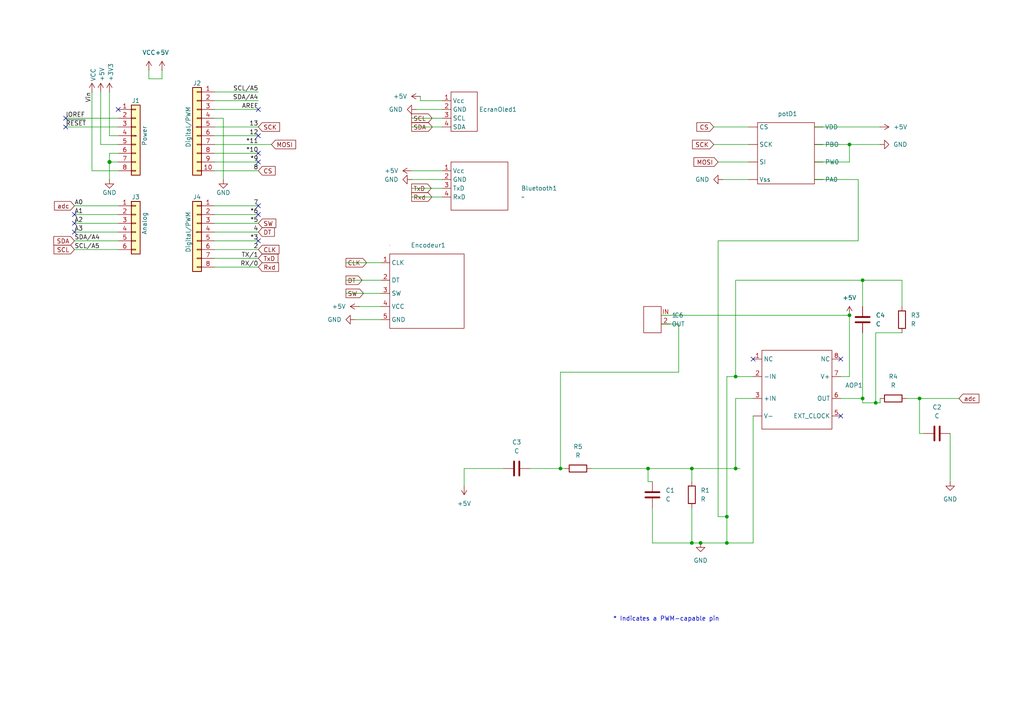
<source format=kicad_sch>
(kicad_sch (version 20250114) (generator "eeschema") (generator_version "9.0")
  (paper "A4")
  (title_block (date "mar. 31 mars 2015"))
  (lib_symbols
    (symbol "Connector_Generic:Conn_01x06" (pin_names (offset 1.016) (hide yes))
      (property "Reference" "J" (at 0 7.62 0))
      (property "Value" "Conn_01x06" (at 0 -10.16 0))
      (symbol "Conn_01x06_1_1"
        (rectangle (start -1.27 6.35) (end 1.27 -8.89) (stroke (width 0.254)) (fill (type background)))
        (rectangle (start -1.27 5.207) (end 0 4.953) (stroke (width 0.1524)))
        (rectangle (start -1.27 2.667) (end 0 2.413) (stroke (width 0.1524)))
        (rectangle (start -1.27 0.127) (end 0 -0.127) (stroke (width 0.1524)))
        (rectangle (start -1.27 -2.413) (end 0 -2.667) (stroke (width 0.1524)))
        (rectangle (start -1.27 -4.953) (end 0 -5.207) (stroke (width 0.1524)))
        (rectangle (start -1.27 -7.493) (end 0 -7.747) (stroke (width 0.1524)))
        (pin passive line (at -5.08 5.08 0) (length 3.81) (name "Pin_1") (number "1"))
        (pin passive line (at -5.08 2.54 0) (length 3.81) (name "Pin_2") (number "2"))
        (pin passive line (at -5.08 0 0) (length 3.81) (name "Pin_3") (number "3"))
        (pin passive line (at -5.08 -2.54 0) (length 3.81) (name "Pin_4") (number "4"))
        (pin passive line (at -5.08 -5.08 0) (length 3.81) (name "Pin_5") (number "5"))
        (pin passive line (at -5.08 -7.62 0) (length 3.81) (name "Pin_6") (number "6"))
      )
    )
    (symbol "Connector_Generic:Conn_01x08" (pin_names (offset 1.016) (hide yes))
      (property "Reference" "J" (at 0 10.16 0))
      (property "Value" "Conn_01x08" (at 0 -12.7 0))
      (symbol "Conn_01x08_1_1"
        (rectangle (start -1.27 8.89) (end 1.27 -11.43) (stroke (width 0.254)) (fill (type background)))
        (rectangle (start -1.27 7.747) (end 0 7.493) (stroke (width 0.1524)))
        (rectangle (start -1.27 5.207) (end 0 4.953) (stroke (width 0.1524)))
        (rectangle (start -1.27 2.667) (end 0 2.413) (stroke (width 0.1524)))
        (rectangle (start -1.27 0.127) (end 0 -0.127) (stroke (width 0.1524)))
        (rectangle (start -1.27 -2.413) (end 0 -2.667) (stroke (width 0.1524)))
        (rectangle (start -1.27 -4.953) (end 0 -5.207) (stroke (width 0.1524)))
        (rectangle (start -1.27 -7.493) (end 0 -7.747) (stroke (width 0.1524)))
        (rectangle (start -1.27 -10.033) (end 0 -10.287) (stroke (width 0.1524)))
        (pin passive line (at -5.08 7.62 0) (length 3.81) (name "Pin_1") (number "1"))
        (pin passive line (at -5.08 5.08 0) (length 3.81) (name "Pin_2") (number "2"))
        (pin passive line (at -5.08 2.54 0) (length 3.81) (name "Pin_3") (number "3"))
        (pin passive line (at -5.08 0 0) (length 3.81) (name "Pin_4") (number "4"))
        (pin passive line (at -5.08 -2.54 0) (length 3.81) (name "Pin_5") (number "5"))
        (pin passive line (at -5.08 -5.08 0) (length 3.81) (name "Pin_6") (number "6"))
        (pin passive line (at -5.08 -7.62 0) (length 3.81) (name "Pin_7") (number "7"))
        (pin passive line (at -5.08 -10.16 0) (length 3.81) (name "Pin_8") (number "8"))
      )
    )
    (symbol "Connector_Generic:Conn_01x10" (pin_names (offset 1.016) (hide yes))
      (property "Reference" "J" (at 0 12.7 0))
      (property "Value" "Conn_01x10" (at 0 -15.24 0))
      (symbol "Conn_01x10_1_1"
        (rectangle (start -1.27 11.43) (end 1.27 -13.97) (stroke (width 0.254)) (fill (type background)))
        (rectangle (start -1.27 10.287) (end 0 10.033) (stroke (width 0.1524)))
        (rectangle (start -1.27 7.747) (end 0 7.493) (stroke (width 0.1524)))
        (rectangle (start -1.27 5.207) (end 0 4.953) (stroke (width 0.1524)))
        (rectangle (start -1.27 2.667) (end 0 2.413) (stroke (width 0.1524)))
        (rectangle (start -1.27 0.127) (end 0 -0.127) (stroke (width 0.1524)))
        (rectangle (start -1.27 -2.413) (end 0 -2.667) (stroke (width 0.1524)))
        (rectangle (start -1.27 -4.953) (end 0 -5.207) (stroke (width 0.1524)))
        (rectangle (start -1.27 -7.493) (end 0 -7.747) (stroke (width 0.1524)))
        (rectangle (start -1.27 -10.033) (end 0 -10.287) (stroke (width 0.1524)))
        (rectangle (start -1.27 -12.573) (end 0 -12.827) (stroke (width 0.1524)))
        (pin passive line (at -5.08 10.16 0) (length 3.81) (name "Pin_1") (number "1"))
        (pin passive line (at -5.08 7.62 0) (length 3.81) (name "Pin_2") (number "2"))
        (pin passive line (at -5.08 5.08 0) (length 3.81) (name "Pin_3") (number "3"))
        (pin passive line (at -5.08 2.54 0) (length 3.81) (name "Pin_4") (number "4"))
        (pin passive line (at -5.08 0 0) (length 3.81) (name "Pin_5") (number "5"))
        (pin passive line (at -5.08 -2.54 0) (length 3.81) (name "Pin_6") (number "6"))
        (pin passive line (at -5.08 -5.08 0) (length 3.81) (name "Pin_7") (number "7"))
        (pin passive line (at -5.08 -7.62 0) (length 3.81) (name "Pin_8") (number "8"))
        (pin passive line (at -5.08 -10.16 0) (length 3.81) (name "Pin_9") (number "9"))
        (pin passive line (at -5.08 -12.7 0) (length 3.81) (name "Pin_10") (number "10"))
      )
    )
    (symbol "Device:C" (pin_numbers (hide yes)) (pin_names (offset 0.254))
      (property "Reference" "C" (at 0.635 2.54 0))
      (property "Value" "C" (at 0.635 -2.54 0))
      (symbol "C_0_1"
        (polyline (pts (xy -2.032 0.762) (xy 2.032 0.762)) (stroke (width 0.508)))
        (polyline (pts (xy -2.032 -0.762) (xy 2.032 -0.762)) (stroke (width 0.508)))
      )
      (symbol "C_1_1"
        (pin passive line (at 0 3.81 270) (length 2.794) (name "~") (number "1"))
        (pin passive line (at 0 -3.81 90) (length 2.794) (name "~") (number "2"))
      )
    )
    (symbol "Device:R" (pin_numbers (hide yes)) (pin_names (offset 0))
      (property "Reference" "R" (at 2.032 0 90))
      (property "Value" "R" (at 0 0 90))
      (symbol "R_0_1"
        (rectangle (start -1.016 -2.54) (end 1.016 2.54) (stroke (width 0.254)))
      )
      (symbol "R_1_1"
        (pin passive line (at 0 3.81 270) (length 1.27) (name "~") (number "1"))
        (pin passive line (at 0 -3.81 90) (length 1.27) (name "~") (number "2"))
      )
    )
    (symbol "Graphique_bluetooth:CAPTEUR"
      (property "Reference" "C" (at 0 0 0))
      (symbol "CAPTEUR_0_1"
        (rectangle (start -2.54 3.81) (end 2.54 -3.81))
      )
      (symbol "CAPTEUR_1_1"
        (pin input line (at 2.54 1.27 0) (length 2.54) (name "1") (number "IN"))
        (pin input line (at 2.54 -1.27 0) (length 2.54) (name "OUT") (number "2"))
      )
    )
    (symbol "Graphique_bluetooth:Ecran_Oled"
      (property "Reference" "EcranOled1" (at -3.302 3.81 0))
      (symbol "Ecran_Oled_0_1"
        (rectangle (start -11.43 8.89) (end -3.81 -2.54))
      )
      (symbol "Ecran_Oled_1_1"
        (pin input line (at -13.97 6.35 0) (length 2.54) (name "Vcc") (number "1"))
        (pin input line (at -13.97 3.81 0) (length 2.54) (name "GND") (number "2"))
        (pin input line (at -13.97 1.27 0) (length 2.54) (name "SCL") (number "3"))
        (pin input line (at -13.97 -1.27 0) (length 2.54) (name "SDA") (number "4"))
      )
    )
    (symbol "Graphique_bluetooth:Encodeur_rotatoire"
      (property "Reference" "Encodeur1" (at -5.334 12.7 0))
      (symbol "Encodeur_rotatoire_0_1"
        (rectangle (start -11.43 12.7) (end -11.43 12.7))
        (rectangle (start -11.43 10.16) (end 10.16 -11.43))
      )
      (symbol "Encodeur_rotatoire_1_1"
        (pin input line (at -13.97 7.62 0) (length 2.54) (name "CLK") (number "1"))
        (pin input line (at -13.97 2.54 0) (length 2.54) (name "DT") (number "2"))
        (pin input line (at -13.97 -1.27 0) (length 2.54) (name "SW") (number "3"))
        (pin input line (at -13.97 -5.08 0) (length 2.54) (name "VCC") (number "4"))
        (pin input line (at -13.97 -8.89 0) (length 2.54) (name "GND") (number "5"))
      )
    )
    (symbol "Graphique_bluetooth:Mon_bluetooth"
      (property "Reference" "Bluetooth1" (at 11.43 1.2701 0))
      (property "Value" "~" (at 11.43 -1.2699 0))
      (symbol "Mon_bluetooth_0_1"
        (rectangle (start -8.89 8.89) (end 7.62 -5.08))
      )
      (symbol "Mon_bluetooth_1_1"
        (pin input line (at -11.43 6.35 0) (length 2.54) (name "Vcc") (number "1"))
        (pin input line (at -11.43 3.81 0) (length 2.54) (name "GND") (number "2"))
        (pin input line (at -11.43 1.27 0) (length 2.54) (name "TxD") (number "3"))
        (pin input line (at -11.43 -1.27 0) (length 2.54) (name "RxD") (number "4"))
      )
    )
    (symbol "Graphique_bluetooth:Pot_Dig"
      (property "Reference" "potD1" (at -3.048 11.43 0))
      (symbol "Pot_Dig_0_1"
        (rectangle (start -8.89 8.89) (end 7.62 -8.89))
      )
      (symbol "Pot_Dig_1_1"
        (pin input line (at -11.43 7.62 0) (length 2.54) (name "CS") (number ""))
        (pin input line (at -11.43 2.54 0) (length 2.54) (name "SCK") (number ""))
        (pin input line (at -11.43 -2.54 0) (length 2.54) (name "SI") (number ""))
        (pin input line (at -11.43 -7.62 0) (length 2.54) (name "Vss") (number ""))
        (pin input line (at 7.62 7.62 0) (length 2.54) (name "VDD") (number ""))
        (pin input line (at 7.62 2.54 0) (length 2.54) (name "PBO") (number ""))
        (pin input line (at 7.62 -2.54 0) (length 2.54) (name "PW0") (number ""))
        (pin input line (at 7.62 -7.62 0) (length 2.54) (name "PA0") (number ""))
      )
    )
    (symbol "Graphique_bluetooth:aop"
      (property "Reference" "AOP1" (at 13.97 1.2701 0))
      (symbol "aop_0_1"
        (rectangle (start -10.16 11.43) (end 10.16 -11.43))
      )
      (symbol "aop_1_1"
        (pin input line (at -12.7 8.89 0) (length 2.54) (name "NC") (number "1"))
        (pin input line (at -12.7 3.81 0) (length 2.54) (name "-IN") (number "2"))
        (pin input line (at -12.7 -2.54 0) (length 2.54) (name "+IN") (number "3"))
        (pin input line (at -12.7 -7.62 0) (length 2.54) (name "V-") (number ""))
        (pin input line (at 12.7 8.89 180) (length 2.54) (name "NC") (number "8"))
        (pin input line (at 12.7 3.81 180) (length 2.54) (name "V+") (number "7"))
        (pin input line (at 12.7 -2.54 180) (length 2.54) (name "OUT") (number "6"))
        (pin input line (at 12.7 -7.62 180) (length 2.54) (name "EXT_CLOCK") (number "5"))
      )
    )
    (symbol "power:+3V3" (power) (pin_numbers (hide yes)) (pin_names (offset 0) (hide yes))
      (property "Value" "+3V3" (at 0 3.556 0))
      (symbol "+3V3_0_1"
        (polyline (pts (xy -0.762 1.27) (xy 0 2.54)))
        (polyline (pts (xy 0 2.54) (xy 0.762 1.27)))
        (polyline (pts (xy 0 0) (xy 0 2.54)))
      )
      (symbol "+3V3_1_1"
        (pin power_in line (at 0 0 90) (length 0) (name "~") (number "1"))
      )
    )
    (symbol "power:+5V" (power) (pin_numbers (hide yes)) (pin_names (offset 0) (hide yes))
      (property "Value" "+5V" (at 0 3.556 0))
      (symbol "+5V_0_1"
        (polyline (pts (xy -0.762 1.27) (xy 0 2.54)))
        (polyline (pts (xy 0 2.54) (xy 0.762 1.27)))
        (polyline (pts (xy 0 0) (xy 0 2.54)))
      )
      (symbol "+5V_1_1"
        (pin power_in line (at 0 0 90) (length 0) (name "~") (number "1"))
      )
    )
    (symbol "power:GND" (power) (pin_numbers (hide yes)) (pin_names (offset 0) (hide yes))
      (property "Value" "GND" (at 0 -3.81 0))
      (symbol "GND_0_1"
        (polyline (pts (xy 0 0) (xy 0 -1.27) (xy 1.27 -1.27) (xy 0 -2.54) (xy -1.27 -1.27) (xy 0 -1.27)))
      )
      (symbol "GND_1_1"
        (pin power_in line (at 0 0 270) (length 0) (name "~") (number "1"))
      )
    )
    (symbol "power:VCC" (power) (pin_numbers (hide yes)) (pin_names (offset 0) (hide yes))
      (property "Value" "VCC" (at 0 3.556 0))
      (symbol "VCC_0_1"
        (polyline (pts (xy -0.762 1.27) (xy 0 2.54)))
        (polyline (pts (xy 0 2.54) (xy 0.762 1.27)))
        (polyline (pts (xy 0 0) (xy 0 2.54)))
      )
      (symbol "VCC_1_1"
        (pin power_in line (at 0 0 90) (length 0) (name "~") (number "1"))
      )
    )
  )
  (text "* Indicates a PWM-capable pin" (at 177.8 180.34 0) (effects (font (size 1.27 1.27)) (justify left bottom)))
  (junction (at 246.38 41.91))
  (junction (at 254 116.84))
  (junction (at 31.75 46.99) (diameter 1.016))
  (junction (at 210.82 157.48))
  (junction (at 187.96 135.89))
  (junction (at 210.82 149.86))
  (junction (at 213.36 135.89))
  (junction (at 213.36 109.22))
  (junction (at 200.66 157.48))
  (junction (at 200.66 135.89))
  (junction (at 266.7 115.57))
  (junction (at 203.2 157.48))
  (junction (at 246.38 91.44))
  (junction (at 250.19 81.28))
  (junction (at 250.19 115.57))
  (junction (at 162.56 135.89))
  (no_connect (at 74.93 46.99))
  (no_connect (at 19.05 36.83))
  (no_connect (at 19.05 34.29))
  (no_connect (at 21.59 64.77))
  (no_connect (at 74.93 39.37))
  (no_connect (at 74.93 44.45))
  (no_connect (at 21.59 67.31))
  (no_connect (at 243.84 120.65))
  (no_connect (at 218.44 104.14))
  (no_connect (at 21.59 62.23))
  (no_connect (at 34.29 31.75))
  (no_connect (at 74.93 31.75))
  (no_connect (at 243.84 104.14))
  (no_connect (at 74.93 69.85))
  (no_connect (at 74.93 59.69))
  (no_connect (at 74.93 62.23))
  (wire (pts (xy 62.23 77.47) (xy 74.93 77.47)))
  (wire (pts (xy 207.01 36.83) (xy 217.17 36.83)))
  (wire (pts (xy 250.19 116.84) (xy 254 116.84)))
  (wire (pts (xy 62.23 44.45) (xy 74.93 44.45)))
  (wire (pts (xy 236.22 52.07) (xy 248.92 52.07)))
  (wire (pts (xy 236.22 36.83) (xy 255.27 36.83)))
  (wire (pts (xy 208.28 46.99) (xy 217.17 46.99)))
  (wire (pts (xy 254 116.84) (xy 255.27 116.84)))
  (wire (pts (xy 62.23 26.67) (xy 74.93 26.67)))
  (wire (pts (xy 243.84 115.57) (xy 250.19 115.57)))
  (wire (pts (xy 187.96 139.7) (xy 187.96 135.89)))
  (wire (pts (xy 213.36 135.89) (xy 214.63 135.89)))
  (wire (pts (xy 31.75 44.45) (xy 31.75 46.99)))
  (wire (pts (xy 21.59 72.39) (xy 34.29 72.39)))
  (wire (pts (xy 208.28 149.86) (xy 208.28 69.85)))
  (wire (pts (xy 162.56 135.89) (xy 163.83 135.89)))
  (wire (pts (xy 243.84 109.22) (xy 246.38 109.22)))
  (wire (pts (xy 250.19 81.28) (xy 261.62 81.28)))
  (wire (pts (xy 119.38 36.83) (xy 128.27 36.83)))
  (wire (pts (xy 31.75 46.99) (xy 31.75 52.07)))
  (wire (pts (xy 210.82 157.48) (xy 218.44 157.48)))
  (wire (pts (xy 102.87 92.71) (xy 110.49 92.71)))
  (wire (pts (xy 31.75 39.37) (xy 34.29 39.37)))
  (wire (pts (xy 29.21 41.91) (xy 34.29 41.91)))
  (wire (pts (xy 213.36 115.57) (xy 218.44 115.57)))
  (wire (pts (xy 29.21 26.67) (xy 29.21 41.91)))
  (wire (pts (xy 104.14 88.9) (xy 110.49 88.9)))
  (wire (pts (xy 250.19 96.52) (xy 250.19 115.57)))
  (wire (pts (xy 62.23 36.83) (xy 74.93 36.83)))
  (wire (pts (xy 31.75 26.67) (xy 31.75 39.37)))
  (wire (pts (xy 62.23 59.69) (xy 74.93 59.69)))
  (wire (pts (xy 62.23 39.37) (xy 74.93 39.37)))
  (wire (pts (xy 262.89 115.57) (xy 266.7 115.57)))
  (wire (pts (xy 62.23 62.23) (xy 74.93 62.23)))
  (wire (pts (xy 119.38 52.07) (xy 128.27 52.07)))
  (wire (pts (xy 236.22 41.91) (xy 246.38 41.91)))
  (wire (pts (xy 210.82 149.86) (xy 208.28 149.86)))
  (wire (pts (xy 46.99 22.86) (xy 46.99 20.32)))
  (wire (pts (xy 191.77 91.44) (xy 246.38 91.44)))
  (wire (pts (xy 254 96.52) (xy 254 116.84)))
  (wire (pts (xy 208.28 69.85) (xy 248.92 69.85)))
  (wire (pts (xy 213.36 109.22) (xy 218.44 109.22)))
  (wire (pts (xy 236.22 46.99) (xy 246.38 46.99)))
  (wire (pts (xy 209.55 52.07) (xy 217.17 52.07)))
  (wire (pts (xy 261.62 81.28) (xy 261.62 88.9)))
  (wire (pts (xy 119.38 34.29) (xy 128.27 34.29)))
  (wire (pts (xy 134.62 135.89) (xy 146.05 135.89)))
  (wire (pts (xy 162.56 107.95) (xy 196.85 107.95)))
  (wire (pts (xy 266.7 115.57) (xy 266.7 125.73)))
  (wire (pts (xy 62.23 46.99) (xy 74.93 46.99)))
  (wire (pts (xy 203.2 157.48) (xy 210.82 157.48)))
  (wire (pts (xy 189.23 147.32) (xy 189.23 157.48)))
  (wire (pts (xy 213.36 109.22) (xy 213.36 81.28)))
  (wire (pts (xy 62.23 67.31) (xy 74.93 67.31)))
  (wire (pts (xy 246.38 41.91) (xy 255.27 41.91)))
  (wire (pts (xy 246.38 91.44) (xy 246.38 109.22)))
  (wire (pts (xy 121.92 29.21) (xy 121.92 27.94)))
  (wire (pts (xy 19.05 34.29) (xy 34.29 34.29)))
  (wire (pts (xy 213.36 115.57) (xy 213.36 135.89)))
  (wire (pts (xy 261.62 96.52) (xy 254 96.52)))
  (wire (pts (xy 207.01 41.91) (xy 217.17 41.91)))
  (wire (pts (xy 119.38 54.61) (xy 128.27 54.61)))
  (wire (pts (xy 119.38 49.53) (xy 128.27 49.53)))
  (wire (pts (xy 246.38 41.91) (xy 246.38 46.99)))
  (wire (pts (xy 64.77 34.29) (xy 64.77 52.07)))
  (wire (pts (xy 121.92 29.21) (xy 128.27 29.21)))
  (wire (pts (xy 62.23 31.75) (xy 74.93 31.75)))
  (wire (pts (xy 200.66 147.32) (xy 200.66 157.48)))
  (wire (pts (xy 196.85 93.98) (xy 196.85 107.95)))
  (wire (pts (xy 34.29 64.77) (xy 21.59 64.77)))
  (wire (pts (xy 19.05 36.83) (xy 34.29 36.83)))
  (wire (pts (xy 153.67 135.89) (xy 162.56 135.89)))
  (wire (pts (xy 34.29 46.99) (xy 31.75 46.99)))
  (wire (pts (xy 248.92 69.85) (xy 248.92 52.07)))
  (wire (pts (xy 210.82 109.22) (xy 213.36 109.22)))
  (wire (pts (xy 250.19 81.28) (xy 250.19 88.9)))
  (wire (pts (xy 266.7 125.73) (xy 267.97 125.73)))
  (wire (pts (xy 43.18 22.86) (xy 46.99 22.86)))
  (wire (pts (xy 34.29 49.53) (xy 26.67 49.53)))
  (wire (pts (xy 162.56 135.89) (xy 162.56 107.95)))
  (wire (pts (xy 21.59 62.23) (xy 34.29 62.23)))
  (wire (pts (xy 200.66 135.89) (xy 213.36 135.89)))
  (wire (pts (xy 119.38 57.15) (xy 128.27 57.15)))
  (wire (pts (xy 275.59 125.73) (xy 275.59 139.7)))
  (wire (pts (xy 62.23 34.29) (xy 64.77 34.29)))
  (wire (pts (xy 191.77 93.98) (xy 196.85 93.98)))
  (wire (pts (xy 189.23 157.48) (xy 200.66 157.48)))
  (wire (pts (xy 34.29 44.45) (xy 31.75 44.45)))
  (wire (pts (xy 62.23 41.91) (xy 78.74 41.91)))
  (wire (pts (xy 100.33 85.09) (xy 110.49 85.09)))
  (wire (pts (xy 200.66 157.48) (xy 203.2 157.48)))
  (wire (pts (xy 100.33 81.28) (xy 110.49 81.28)))
  (wire (pts (xy 134.62 135.89) (xy 134.62 140.97)))
  (wire (pts (xy 62.23 64.77) (xy 74.93 64.77)))
  (wire (pts (xy 100.33 76.2) (xy 110.49 76.2)))
  (wire (pts (xy 21.59 67.31) (xy 34.29 67.31)))
  (wire (pts (xy 43.18 20.32) (xy 43.18 22.86)))
  (wire (pts (xy 255.27 116.84) (xy 255.27 115.57)))
  (wire (pts (xy 189.23 139.7) (xy 187.96 139.7)))
  (wire (pts (xy 187.96 135.89) (xy 171.45 135.89)))
  (wire (pts (xy 62.23 29.21) (xy 74.93 29.21)))
  (wire (pts (xy 250.19 115.57) (xy 250.19 116.84)))
  (wire (pts (xy 21.59 59.69) (xy 34.29 59.69)))
  (wire (pts (xy 266.7 115.57) (xy 278.13 115.57)))
  (wire (pts (xy 62.23 72.39) (xy 74.93 72.39)))
  (wire (pts (xy 62.23 69.85) (xy 74.93 69.85)))
  (wire (pts (xy 200.66 135.89) (xy 200.66 139.7)))
  (wire (pts (xy 120.65 31.75) (xy 128.27 31.75)))
  (wire (pts (xy 62.23 74.93) (xy 74.93 74.93)))
  (wire (pts (xy 218.44 120.65) (xy 218.44 157.48)))
  (wire (pts (xy 26.67 49.53) (xy 26.67 26.67)))
  (wire (pts (xy 187.96 135.89) (xy 200.66 135.89)))
  (wire (pts (xy 34.29 69.85) (xy 21.59 69.85)))
  (wire (pts (xy 210.82 149.86) (xy 210.82 157.48)))
  (wire (pts (xy 213.36 81.28) (xy 250.19 81.28)))
  (wire (pts (xy 62.23 49.53) (xy 74.93 49.53)))
  (wire (pts (xy 210.82 109.22) (xy 210.82 149.86)))
  (label "RX{slash}0" (at 74.93 77.47 180))
  (label "A2" (at 21.59 64.77 0))
  (label "4" (at 74.93 67.31 180))
  (label "2" (at 74.93 72.39 180))
  (label "A3" (at 21.59 67.31 0))
  (label "13" (at 74.93 36.83 180))
  (label "12" (at 74.93 39.37 180))
  (label "~{RESET}" (at 19.05 36.83 0))
  (label "*10" (at 74.93 44.45 180))
  (label "7" (at 74.93 59.69 180))
  (label "SDA{slash}A4" (at 74.93 29.21 180))
  (label "8" (at 74.93 49.53 180))
  (label "*11" (at 74.93 41.91 180))
  (label "*3" (at 74.93 69.85 180))
  (label "A1" (at 21.59 62.23 0))
  (label "TX{slash}1" (at 74.93 74.93 180))
  (label "A0" (at 21.59 59.69 0))
  (label "AREF" (at 74.93 31.75 180))
  (label "Vin" (at 26.67 26.67 270))
  (label "*6" (at 74.93 62.23 180))
  (label "SCL{slash}A5" (at 74.93 26.67 180))
  (label "*9" (at 74.93 46.99 180))
  (label "*5" (at 74.93 64.77 180))
  (label "IOREF" (at 19.05 34.29 0))
  (label "SDA{slash}A4" (at 21.59 69.85 0))
  (label "SCL{slash}A5" (at 21.59 72.39 0))
  (global_label "Rxd" (shape output) (at 119.38 57.15 0) (property "Intersheetrefs" "${INTERSHEET_REFS}" (effects (hide yes))))
  (global_label "SCL" (shape output) (at 119.38 34.29 0) (property "Intersheetrefs" "${INTERSHEET_REFS}" (effects (hide yes))))
  (global_label "DT" (shape input) (at 74.93 67.31 0) (property "Intersheetrefs" "${INTERSHEET_REFS}" (effects (hide yes))))
  (global_label "adc" (shape input) (at 278.13 115.57 0) (property "Intersheetrefs" "${INTERSHEET_REFS}" (effects (hide yes))))
  (global_label "CS" (shape input) (at 74.93 49.53 0) (property "Intersheetrefs" "${INTERSHEET_REFS}" (effects (hide yes))))
  (global_label "SCL" (shape input) (at 21.59 72.39 180) (property "Intersheetrefs" "${INTERSHEET_REFS}" (effects (hide yes))))
  (global_label "SDA" (shape output) (at 119.38 36.83 0) (property "Intersheetrefs" "${INTERSHEET_REFS}" (effects (hide yes))))
  (global_label "TxD" (shape output) (at 119.38 54.61 0) (property "Intersheetrefs" "${INTERSHEET_REFS}" (effects (hide yes))))
  (global_label "MOSI" (shape input) (at 208.28 46.99 180) (property "Intersheetrefs" "${INTERSHEET_REFS}" (effects (hide yes))))
  (global_label "CLK" (shape input) (at 74.93 72.39 0) (property "Intersheetrefs" "${INTERSHEET_REFS}" (effects (hide yes))))
  (global_label "CLK" (shape output) (at 100.33 76.2 0) (property "Intersheetrefs" "${INTERSHEET_REFS}" (effects (hide yes))))
  (global_label "SW" (shape output) (at 100.33 85.09 0) (property "Intersheetrefs" "${INTERSHEET_REFS}" (effects (hide yes))))
  (global_label "SCK" (shape input) (at 207.01 41.91 180) (property "Intersheetrefs" "${INTERSHEET_REFS}" (effects (hide yes))))
  (global_label "Rxd" (shape input) (at 74.93 77.47 0) (property "Intersheetrefs" "${INTERSHEET_REFS}" (effects (hide yes))))
  (global_label "adc" (shape input) (at 21.59 59.69 180) (property "Intersheetrefs" "${INTERSHEET_REFS}" (effects (hide yes))))
  (global_label "SDA" (shape input) (at 21.59 69.85 180) (property "Intersheetrefs" "${INTERSHEET_REFS}" (effects (hide yes))))
  (global_label "TxD" (shape input) (at 74.93 74.93 0) (property "Intersheetrefs" "${INTERSHEET_REFS}" (effects (hide yes))))
  (global_label "SCK" (shape input) (at 74.93 36.83 0) (property "Intersheetrefs" "${INTERSHEET_REFS}" (effects (hide yes))))
  (global_label "MOSI" (shape input) (at 78.74 41.91 0) (property "Intersheetrefs" "${INTERSHEET_REFS}" (effects (hide yes))))
  (global_label "CS" (shape input) (at 207.01 36.83 180) (property "Intersheetrefs" "${INTERSHEET_REFS}" (effects (hide yes))))
  (global_label "DT" (shape output) (at 100.33 81.28 0) (property "Intersheetrefs" "${INTERSHEET_REFS}" (effects (hide yes))))
  (global_label "SW" (shape input) (at 74.93 64.77 0) (property "Intersheetrefs" "${INTERSHEET_REFS}" (effects (hide yes))))
  (symbol (lib_id "Connector_Generic:Conn_01x08") (at 39.37 39.37 0) (unit 1)
    (property "Reference" "J1" (at 39.37 29.21 0))
    (property "Value" "Power" (at 41.91 39.37 90))
    (property "Footprint" "Connector_PinSocket_2.54mm:PinSocket_1x08_P2.54mm_Vertical" (effects (hide yes)))
    (property "Datasheet" "~" (at 39.37 39.37 0))
    (property "Description" "Generic connector, single row, 01x08, script generated (kicad-library-utils/schlib/autogen/connector/)" (effects (hide yes)))
  )
  (symbol (lib_id "power:+3V3") (at 31.75 26.67 0) (unit 1)
    (property "Reference" "#PWR03" (effects (hide yes)))
    (property "Value" "+3V3" (at 32.131 23.622 90) (effects (justify left)))
    (property "Description" "Power symbol creates a global label with name \"+3V3\"" (effects (hide yes)))
  )
  (symbol (lib_id "power:+5V") (at 29.21 26.67 0) (unit 1)
    (property "Reference" "#PWR02" (effects (hide yes)))
    (property "Value" "+5V" (at 29.5656 23.622 90) (effects (justify left)))
    (property "Description" "Power symbol creates a global label with name \"+5V\"" (effects (hide yes)))
  )
  (symbol (lib_id "power:GND") (at 31.75 52.07 0) (unit 1)
    (property "Reference" "#PWR04" (effects (hide yes)))
    (property "Value" "GND" (at 31.75 55.88 0))
    (property "Description" "Power symbol creates a global label with name \"GND\" , ground" (effects (hide yes)))
  )
  (symbol (lib_id "Connector_Generic:Conn_01x10") (at 57.15 36.83 0) (mirror y) (unit 1)
    (property "Reference" "J2" (at 57.15 24.13 0))
    (property "Value" "Digital/PWM" (at 54.61 36.83 90))
    (property "Footprint" "Connector_PinSocket_2.54mm:PinSocket_1x10_P2.54mm_Vertical" (effects (hide yes)))
    (property "Datasheet" "~" (at 57.15 36.83 0))
    (property "Description" "Generic connector, single row, 01x10, script generated (kicad-library-utils/schlib/autogen/connector/)" (effects (hide yes)))
  )
  (symbol (lib_id "power:GND") (at 64.77 52.07 0) (unit 1)
    (property "Reference" "#PWR05" (effects (hide yes)))
    (property "Value" "GND" (at 64.77 55.88 0))
    (property "Description" "Power symbol creates a global label with name \"GND\" , ground" (effects (hide yes)))
  )
  (symbol (lib_id "Connector_Generic:Conn_01x06") (at 39.37 64.77 0) (unit 1)
    (property "Reference" "J3" (at 39.37 57.15 0))
    (property "Value" "Analog" (at 41.91 64.77 90))
    (property "Footprint" "Connector_PinSocket_2.54mm:PinSocket_1x06_P2.54mm_Vertical" (effects (hide yes)))
    (property "Description" "Generic connector, single row, 01x06, script generated (kicad-library-utils/schlib/autogen/connector/)" (effects (hide yes)))
  )
  (symbol (lib_id "Connector_Generic:Conn_01x08") (at 57.15 67.31 0) (mirror y) (unit 1)
    (property "Reference" "J4" (at 57.15 57.15 0))
    (property "Value" "Digital/PWM" (at 54.61 67.31 90))
    (property "Footprint" "Connector_PinSocket_2.54mm:PinSocket_1x08_P2.54mm_Vertical" (effects (hide yes)))
    (property "Datasheet" "~" (at 57.15 67.31 0))
    (property "Description" "Generic connector, single row, 01x08, script generated (kicad-library-utils/schlib/autogen/connector/)" (effects (hide yes)))
  )
  (symbol (lib_id "power:+5V") (at 119.38 49.53 90) (unit 1)
    (property "Reference" "#PWR07" (effects (hide yes)))
    (property "Value" "+5V" (at 115.57 49.5299 90) (effects (justify left)))
    (property "Description" "Power symbol creates a global label with name \"+5V\"" (effects (hide yes)))
  )
  (symbol (lib_id "power:VCC") (at 43.18 20.32 0) (unit 1)
    (property "Reference" "#PWR015" (effects (hide yes)))
    (property "Value" "VCC" (at 43.18 15.24 0))
    (property "Description" "Power symbol creates a global label with name \"VCC\"" (effects (hide yes)))
  )
  (symbol (lib_id "power:GND") (at 203.2 157.48 0) (unit 1)
    (property "Reference" "#PWR09" (effects (hide yes)))
    (property "Value" "GND" (at 203.2 162.56 0))
    (property "Description" "Power symbol creates a global label with name \"GND\" , ground" (effects (hide yes)))
  )
  (symbol (lib_id "Graphique_bluetooth:Ecran_Oled") (at 142.24 35.56 0) (unit 1)
    (property "Reference" "EcranOled1" (at 138.938 31.75 0) (effects (justify left)))
    (property "Footprint" "Librairie_empreinte:EcranOled" (effects (hide yes)))
  )
  (symbol (lib_id "power:+5V") (at 134.62 140.97 180) (unit 1)
    (property "Reference" "#PWR08" (effects (hide yes)))
    (property "Value" "+5V" (at 134.62 146.05 0))
    (property "Description" "Power symbol creates a global label with name \"+5V\"" (effects (hide yes)))
  )
  (symbol (lib_id "power:GND") (at 120.65 31.75 270) (unit 1)
    (property "Reference" "#PWR06" (effects (hide yes)))
    (property "Value" "GND" (at 116.84 31.7499 90) (effects (justify right)))
    (property "Description" "Power symbol creates a global label with name \"GND\" , ground" (effects (hide yes)))
  )
  (symbol (lib_id "power:+5V") (at 246.38 91.44 0) (unit 1)
    (property "Reference" "#PWR017" (effects (hide yes)))
    (property "Value" "+5V" (at 246.38 86.36 0))
    (property "Description" "Power symbol creates a global label with name \"+5V\"" (effects (hide yes)))
  )
  (symbol (lib_id "power:GND") (at 275.59 139.7 0) (unit 1)
    (property "Reference" "#PWR010" (effects (hide yes)))
    (property "Value" "GND" (at 275.59 144.78 0))
    (property "Description" "Power symbol creates a global label with name \"GND\" , ground" (effects (hide yes)))
  )
  (symbol (lib_id "Device:R") (at 200.66 143.51 0) (unit 1)
    (property "Reference" "R1" (at 203.2 142.2399 0) (effects (justify left)))
    (property "Value" "R" (at 203.2 144.7799 0) (effects (justify left)))
    (property "Footprint" "Resistor_THT:R_Axial_DIN0207_L6.3mm_D2.5mm_P10.16mm_Horizontal" (effects (hide yes)))
    (property "Description" "Resistor" (effects (hide yes)))
  )
  (symbol (lib_id "power:GND") (at 255.27 41.91 90) (unit 1)
    (property "Reference" "#PWR012" (effects (hide yes)))
    (property "Value" "GND" (at 259.08 41.9099 90) (effects (justify right)))
    (property "Description" "Power symbol creates a global label with name \"GND\" , ground" (effects (hide yes)))
  )
  (symbol (lib_id "Device:R") (at 259.08 115.57 90) (unit 1)
    (property "Reference" "R4" (at 259.08 109.22 90))
    (property "Value" "R" (at 259.08 111.76 90))
    (property "Footprint" "Resistor_THT:R_Axial_DIN0207_L6.3mm_D2.5mm_P10.16mm_Horizontal" (effects (hide yes)))
    (property "Description" "Resistor" (effects (hide yes)))
  )
  (symbol (lib_id "power:+5V") (at 104.14 88.9 90) (unit 1)
    (property "Reference" "#PWR011" (effects (hide yes)))
    (property "Value" "+5V" (at 100.33 88.8999 90) (effects (justify left)))
    (property "Description" "Power symbol creates a global label with name \"+5V\"" (effects (hide yes)))
  )
  (symbol (lib_id "Graphique_bluetooth:aop") (at 231.14 113.03 0) (unit 1)
    (property "Reference" "AOP1" (at 245.11 111.7599 0) (effects (justify left)))
    (property "Footprint" "Librairie_empreinte:DIP-8_296_ELL" (effects (hide yes)))
  )
  (symbol (lib_id "power:VCC") (at 26.67 26.67 0) (unit 1)
    (property "Reference" "#PWR01" (effects (hide yes)))
    (property "Value" "VCC" (at 27.051 23.622 90) (effects (justify left)))
    (property "Description" "Power symbol creates a global label with name \"VCC\"" (effects (hide yes)))
  )
  (symbol (lib_id "power:GND") (at 209.55 52.07 270) (unit 1)
    (property "Reference" "#PWR020" (effects (hide yes)))
    (property "Value" "GND" (at 205.74 52.0699 90) (effects (justify right)))
    (property "Description" "Power symbol creates a global label with name \"GND\" , ground" (effects (hide yes)))
  )
  (symbol (lib_id "Device:R") (at 261.62 92.71 180) (unit 1)
    (property "Reference" "R3" (at 264.16 91.4399 0) (effects (justify right)))
    (property "Value" "R" (at 264.16 93.9799 0) (effects (justify right)))
    (property "Footprint" "Resistor_THT:R_Axial_DIN0207_L6.3mm_D2.5mm_P10.16mm_Horizontal" (effects (hide yes)))
    (property "Description" "Resistor" (effects (hide yes)))
  )
  (symbol (lib_id "Device:C") (at 250.19 92.71 0) (unit 1)
    (property "Reference" "C4" (at 254 91.4399 0) (effects (justify left)))
    (property "Value" "C" (at 254 93.9799 0) (effects (justify left)))
    (property "Footprint" "Capacitor_THT:C_Rect_L7.2mm_W7.2mm_P5.00mm_FKS2_FKP2_MKS2_MKP2" (effects (hide yes)))
    (property "Description" "Unpolarized capacitor" (effects (hide yes)))
  )
  (symbol (lib_id "power:GND") (at 102.87 92.71 270) (unit 1)
    (property "Reference" "#PWR014" (effects (hide yes)))
    (property "Value" "GND" (at 99.06 92.7099 90) (effects (justify right)))
    (property "Description" "Power symbol creates a global label with name \"GND\" , ground" (effects (hide yes)))
  )
  (symbol (lib_id "Graphique_bluetooth:Encodeur_rotatoire") (at 124.46 83.82 0) (unit 1)
    (property "Reference" "Encodeur1" (at 119.126 71.12 0) (effects (justify left)))
    (property "Footprint" "Librairie_empreinte:ENCODEUR" (effects (hide yes)))
  )
  (symbol (lib_id "Graphique_bluetooth:CAPTEUR") (at 189.23 92.71 0) (unit 1)
    (property "Reference" "C6" (at 195.58 91.4399 0) (effects (justify left)))
    (property "Value" "~" (at 195.58 93.9799 0) (effects (justify left)))
  )
  (symbol (lib_id "Device:C") (at 149.86 135.89 270) (unit 1)
    (property "Reference" "C3" (at 149.86 128.27 90))
    (property "Value" "C" (at 149.86 130.81 90))
    (property "Footprint" "Capacitor_THT:C_Disc_D7.5mm_W2.5mm_P5.00mm" (effects (hide yes)))
    (property "Description" "Unpolarized capacitor" (effects (hide yes)))
  )
  (symbol (lib_id "Graphique_bluetooth:Pot_Dig") (at 228.6 44.45 0) (unit 1)
    (property "Reference" "potD1" (at 225.552 33.02 0) (effects (justify left)))
    (property "Footprint" "Librairie_empreinte:dig pot" (effects (hide yes)))
  )
  (symbol (lib_id "Graphique_bluetooth:Mon_bluetooth") (at 139.7 55.88 0) (unit 1)
    (property "Reference" "Bluetooth1" (at 151.13 54.6099 0) (effects (justify left)))
    (property "Value" "~" (at 151.13 57.1499 0) (effects (justify left)))
    (property "Footprint" "Librairie_empreinte:SIP-4" (effects (hide yes)))
  )
  (symbol (lib_id "power:GND") (at 119.38 52.07 270) (unit 1)
    (property "Reference" "#PWR013" (effects (hide yes)))
    (property "Value" "GND" (at 115.57 52.0699 90) (effects (justify right)))
    (property "Description" "Power symbol creates a global label with name \"GND\" , ground" (effects (hide yes)))
  )
  (symbol (lib_id "power:+5V") (at 46.99 20.32 0) (unit 1)
    (property "Reference" "#PWR016" (effects (hide yes)))
    (property "Value" "+5V" (at 46.99 15.24 0))
    (property "Description" "Power symbol creates a global label with name \"+5V\"" (effects (hide yes)))
  )
  (symbol (lib_id "Device:C") (at 271.78 125.73 90) (unit 1)
    (property "Reference" "C2" (at 271.78 118.11 90))
    (property "Value" "C" (at 271.78 120.65 90))
    (property "Footprint" "Capacitor_THT:C_Disc_D7.5mm_W2.5mm_P5.00mm" (effects (hide yes)))
    (property "Description" "Unpolarized capacitor" (effects (hide yes)))
  )
  (symbol (lib_id "power:+5V") (at 121.92 27.94 90) (unit 1)
    (property "Reference" "#PWR018" (effects (hide yes)))
    (property "Value" "+5V" (at 118.11 27.9399 90) (effects (justify left)))
    (property "Description" "Power symbol creates a global label with name \"+5V\"" (effects (hide yes)))
  )
  (symbol (lib_id "power:+5V") (at 255.27 36.83 270) (unit 1)
    (property "Reference" "#PWR019" (effects (hide yes)))
    (property "Value" "+5V" (at 259.08 36.8299 90) (effects (justify left)))
    (property "Description" "Power symbol creates a global label with name \"+5V\"" (effects (hide yes)))
  )
  (symbol (lib_id "Device:R") (at 167.64 135.89 90) (unit 1)
    (property "Reference" "R5" (at 167.64 129.54 90))
    (property "Value" "R" (at 167.64 132.08 90))
    (property "Footprint" "Resistor_THT:R_Axial_DIN0207_L6.3mm_D2.5mm_P10.16mm_Horizontal" (effects (hide yes)))
    (property "Description" "Resistor" (effects (hide yes)))
  )
  (symbol (lib_id "Device:C") (at 189.23 143.51 0) (unit 1)
    (property "Reference" "C1" (at 193.04 142.2399 0) (effects (justify left)))
    (property "Value" "C" (at 193.04 144.7799 0) (effects (justify left)))
    (property "Footprint" "Capacitor_THT:C_Disc_D7.5mm_W2.5mm_P5.00mm" (effects (hide yes)))
    (property "Description" "Unpolarized capacitor" (effects (hide yes)))
  )
)
</source>
